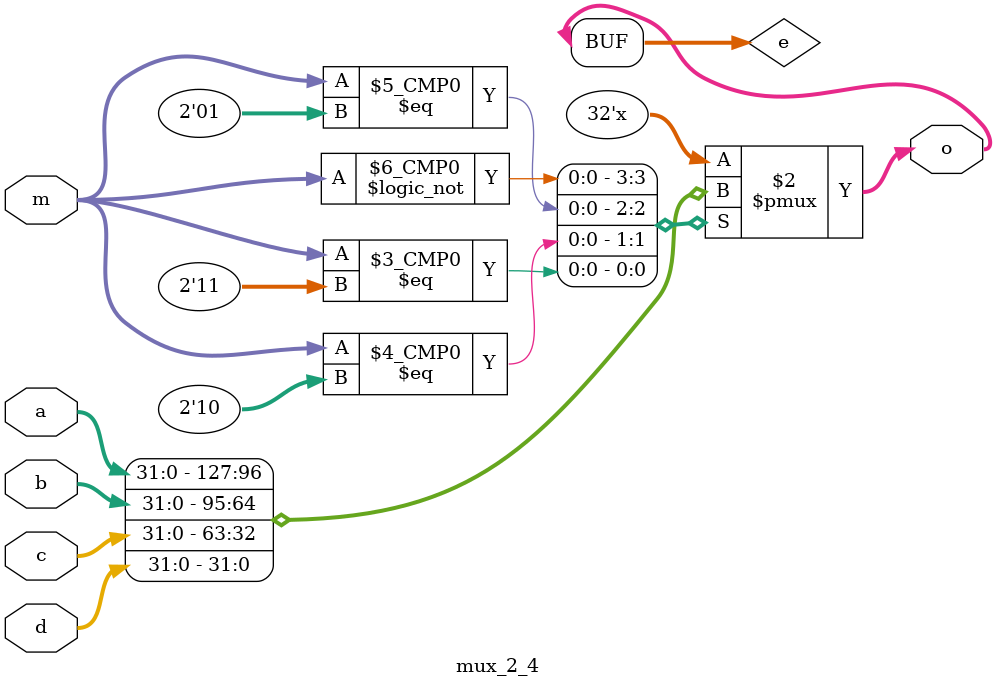
<source format=v>
`timescale 1ns / 1ps


module mux_2_4(
input [31:0] a,
input [31:0] b,
input [31:0] c,
input [31:0] d,
input [1:0] m,
output [31:0] o
);
reg [31:0] e;
always @(m or a or b or c or d)
begin
  case (m)//2-4Â·Ñ¡ÔñÆ÷
    2'b00:e<=a;
    2'b01:e<=b;
    2'b10:e<=c;
    2'b11:e<=d;
  endcase
end
assign o=e;
endmodule

</source>
